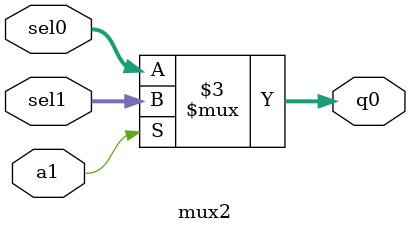
<source format=v>
module mux2 # ( parameter SIZE=10 ) (a1,sel0,sel1,q0);
//% This module is a common 2 input multiplexor. 
//% Note the this is writen in non-RTL description but it can eventually be passed to RTL description.
	input a1;
	input signed [SIZE-1:0] sel0,sel1;
    output reg [SIZE-1:0] q0 ;
    
    
    always @(a1 or sel0 or sel1)  //Condicion de funcionamiento de un mux 2:1
    begin
		if(a1)
		 q0<= sel1;
		else
		 q0<= sel0;
	end
	
endmodule

</source>
